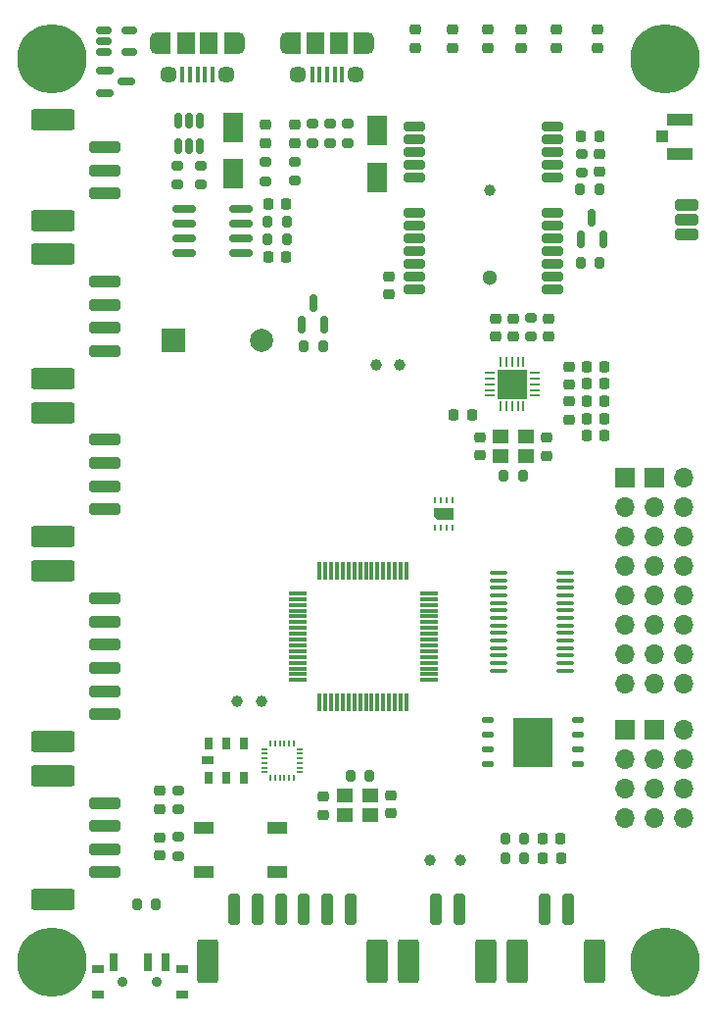
<source format=gbr>
%TF.GenerationSoftware,KiCad,Pcbnew,(6.0.0)*%
%TF.CreationDate,2022-03-02T14:27:29+07:00*%
%TF.ProjectId,FC-32,46432d33-322e-46b6-9963-61645f706362,rev?*%
%TF.SameCoordinates,Original*%
%TF.FileFunction,Soldermask,Top*%
%TF.FilePolarity,Negative*%
%FSLAX46Y46*%
G04 Gerber Fmt 4.6, Leading zero omitted, Abs format (unit mm)*
G04 Created by KiCad (PCBNEW (6.0.0)) date 2022-03-02 14:27:29*
%MOMM*%
%LPD*%
G01*
G04 APERTURE LIST*
G04 Aperture macros list*
%AMRoundRect*
0 Rectangle with rounded corners*
0 $1 Rounding radius*
0 $2 $3 $4 $5 $6 $7 $8 $9 X,Y pos of 4 corners*
0 Add a 4 corners polygon primitive as box body*
4,1,4,$2,$3,$4,$5,$6,$7,$8,$9,$2,$3,0*
0 Add four circle primitives for the rounded corners*
1,1,$1+$1,$2,$3*
1,1,$1+$1,$4,$5*
1,1,$1+$1,$6,$7*
1,1,$1+$1,$8,$9*
0 Add four rect primitives between the rounded corners*
20,1,$1+$1,$2,$3,$4,$5,0*
20,1,$1+$1,$4,$5,$6,$7,0*
20,1,$1+$1,$6,$7,$8,$9,0*
20,1,$1+$1,$8,$9,$2,$3,0*%
%AMFreePoly0*
4,1,6,0.500000,-0.850000,-0.500000,-0.850000,-0.500000,0.550000,-0.200000,0.850000,0.500000,0.850000,0.500000,-0.850000,0.500000,-0.850000,$1*%
G04 Aperture macros list end*
%ADD10R,2.000000X2.000000*%
%ADD11C,2.000000*%
%ADD12RoundRect,0.218750X-0.218750X-0.256250X0.218750X-0.256250X0.218750X0.256250X-0.218750X0.256250X0*%
%ADD13RoundRect,0.218750X-0.256250X0.218750X-0.256250X-0.218750X0.256250X-0.218750X0.256250X0.218750X0*%
%ADD14RoundRect,0.225000X0.250000X-0.225000X0.250000X0.225000X-0.250000X0.225000X-0.250000X-0.225000X0*%
%ADD15RoundRect,0.150000X0.150000X-0.512500X0.150000X0.512500X-0.150000X0.512500X-0.150000X-0.512500X0*%
%ADD16RoundRect,0.200000X0.275000X-0.200000X0.275000X0.200000X-0.275000X0.200000X-0.275000X-0.200000X0*%
%ADD17RoundRect,0.150000X-0.825000X-0.150000X0.825000X-0.150000X0.825000X0.150000X-0.825000X0.150000X0*%
%ADD18RoundRect,0.225000X0.225000X0.250000X-0.225000X0.250000X-0.225000X-0.250000X0.225000X-0.250000X0*%
%ADD19RoundRect,0.200000X-0.200000X-0.275000X0.200000X-0.275000X0.200000X0.275000X-0.200000X0.275000X0*%
%ADD20C,0.800000*%
%ADD21C,6.000000*%
%ADD22RoundRect,0.200000X0.200000X0.275000X-0.200000X0.275000X-0.200000X-0.275000X0.200000X-0.275000X0*%
%ADD23RoundRect,0.250000X-0.250000X-1.100000X0.250000X-1.100000X0.250000X1.100000X-0.250000X1.100000X0*%
%ADD24RoundRect,0.250000X-0.650000X-1.650000X0.650000X-1.650000X0.650000X1.650000X-0.650000X1.650000X0*%
%ADD25RoundRect,0.200000X-0.275000X0.200000X-0.275000X-0.200000X0.275000X-0.200000X0.275000X0.200000X0*%
%ADD26RoundRect,0.250000X0.750000X0.250000X-0.750000X0.250000X-0.750000X-0.250000X0.750000X-0.250000X0*%
%ADD27R,1.400000X1.200000*%
%ADD28RoundRect,0.225000X-0.250000X0.225000X-0.250000X-0.225000X0.250000X-0.225000X0.250000X0.225000X0*%
%ADD29RoundRect,0.150000X0.150000X-0.587500X0.150000X0.587500X-0.150000X0.587500X-0.150000X-0.587500X0*%
%ADD30RoundRect,0.250000X-1.100000X0.250000X-1.100000X-0.250000X1.100000X-0.250000X1.100000X0.250000X0*%
%ADD31RoundRect,0.250000X-1.650000X0.650000X-1.650000X-0.650000X1.650000X-0.650000X1.650000X0.650000X0*%
%ADD32R,1.700000X1.700000*%
%ADD33O,1.700000X1.700000*%
%ADD34RoundRect,0.150000X-0.512500X-0.150000X0.512500X-0.150000X0.512500X0.150000X-0.512500X0.150000X0*%
%ADD35RoundRect,0.066000X0.404000X0.154000X-0.404000X0.154000X-0.404000X-0.154000X0.404000X-0.154000X0*%
%ADD36R,3.400000X4.300000*%
%ADD37C,1.000000*%
%ADD38RoundRect,0.218750X0.256250X-0.218750X0.256250X0.218750X-0.256250X0.218750X-0.256250X-0.218750X0*%
%ADD39RoundRect,0.050000X-0.225000X-0.050000X0.225000X-0.050000X0.225000X0.050000X-0.225000X0.050000X0*%
%ADD40RoundRect,0.050000X0.050000X-0.225000X0.050000X0.225000X-0.050000X0.225000X-0.050000X-0.225000X0*%
%ADD41RoundRect,0.150000X-0.587500X-0.150000X0.587500X-0.150000X0.587500X0.150000X-0.587500X0.150000X0*%
%ADD42R,1.800000X2.500000*%
%ADD43RoundRect,0.062500X-0.350000X-0.062500X0.350000X-0.062500X0.350000X0.062500X-0.350000X0.062500X0*%
%ADD44RoundRect,0.062500X-0.062500X-0.350000X0.062500X-0.350000X0.062500X0.350000X-0.062500X0.350000X0*%
%ADD45R,2.500000X2.500000*%
%ADD46C,0.900000*%
%ADD47R,1.000000X0.800000*%
%ADD48R,0.700000X1.500000*%
%ADD49RoundRect,0.100000X0.637500X0.100000X-0.637500X0.100000X-0.637500X-0.100000X0.637500X-0.100000X0*%
%ADD50R,0.800000X1.000000*%
%ADD51RoundRect,0.075000X0.075000X-0.700000X0.075000X0.700000X-0.075000X0.700000X-0.075000X-0.700000X0*%
%ADD52RoundRect,0.075000X0.700000X-0.075000X0.700000X0.075000X-0.700000X0.075000X-0.700000X-0.075000X0*%
%ADD53RoundRect,0.200000X0.700000X0.200000X-0.700000X0.200000X-0.700000X-0.200000X0.700000X-0.200000X0*%
%ADD54R,1.700000X1.000000*%
%ADD55RoundRect,0.225000X-0.225000X-0.250000X0.225000X-0.250000X0.225000X0.250000X-0.225000X0.250000X0*%
%ADD56R,0.250000X0.550000*%
%ADD57FreePoly0,90.000000*%
%ADD58R,0.400000X1.350000*%
%ADD59O,1.200000X1.900000*%
%ADD60C,1.450000*%
%ADD61R,1.500000X1.900000*%
%ADD62R,1.200000X1.900000*%
%ADD63R,1.050000X1.000000*%
%ADD64R,2.200000X1.050000*%
%ADD65C,1.300000*%
G04 APERTURE END LIST*
D10*
%TO.C,BZ1*%
X143990000Y-82790000D03*
D11*
X151590000Y-82790000D03*
%TD*%
D12*
%TO.C,D2*%
X175937500Y-127500000D03*
X177512500Y-127500000D03*
%TD*%
D13*
%TO.C,D11*%
X168100000Y-56025000D03*
X168100000Y-57600000D03*
%TD*%
D14*
%TO.C,C29*%
X171900000Y-82475000D03*
X171900000Y-80925000D03*
%TD*%
D15*
%TO.C,U11*%
X144418000Y-66097000D03*
X145368000Y-66097000D03*
X146318000Y-66097000D03*
X146318000Y-63822000D03*
X145368000Y-63822000D03*
X144418000Y-63822000D03*
%TD*%
D16*
%TO.C,R29*%
X144400000Y-127350000D03*
X144400000Y-125700000D03*
%TD*%
D17*
%TO.C,U12*%
X144925000Y-71436500D03*
X144925000Y-72706500D03*
X144925000Y-73976500D03*
X144925000Y-75246500D03*
X149875000Y-75246500D03*
X149875000Y-73976500D03*
X149875000Y-72706500D03*
X149875000Y-71436500D03*
%TD*%
D14*
%TO.C,C11*%
X157000000Y-123775000D03*
X157000000Y-122225000D03*
%TD*%
D18*
%TO.C,C31*%
X169800000Y-89300000D03*
X168250000Y-89300000D03*
%TD*%
D19*
%TO.C,R27*%
X152163000Y-74103500D03*
X153813000Y-74103500D03*
%TD*%
D20*
%TO.C,H4*%
X131909010Y-134909010D03*
X135750000Y-136500000D03*
X135090990Y-138090990D03*
D21*
X133500000Y-136500000D03*
D20*
X131250000Y-136500000D03*
X135090990Y-134909010D03*
X133500000Y-134250000D03*
X131909010Y-138090990D03*
X133500000Y-138750000D03*
%TD*%
D22*
%TO.C,R19*%
X155290000Y-83370000D03*
X156940000Y-83370000D03*
%TD*%
D23*
%TO.C,J6*%
X166700000Y-131950000D03*
X168700000Y-131950000D03*
D24*
X164350000Y-136400000D03*
X171050000Y-136400000D03*
%TD*%
D25*
%TO.C,R13*%
X174900000Y-80875000D03*
X174900000Y-82525000D03*
%TD*%
%TO.C,R25*%
X154512000Y-67373500D03*
X154512000Y-69023500D03*
%TD*%
%TO.C,R20*%
X157560000Y-64134500D03*
X157560000Y-65784500D03*
%TD*%
D26*
%TO.C,I2C1*%
X188400000Y-73670000D03*
X188400000Y-72400000D03*
X188400000Y-71130000D03*
%TD*%
D22*
%TO.C,R4*%
X174325000Y-125800000D03*
X172675000Y-125800000D03*
%TD*%
D25*
%TO.C,R21*%
X159084000Y-64134500D03*
X159084000Y-65784500D03*
%TD*%
D27*
%TO.C,Y2*%
X172300000Y-92825000D03*
X174500000Y-92825000D03*
X174500000Y-91125000D03*
X172300000Y-91125000D03*
%TD*%
D19*
%TO.C,R28*%
X152163000Y-72579500D03*
X153813000Y-72579500D03*
%TD*%
D18*
%TO.C,C37*%
X181275000Y-86575000D03*
X179725000Y-86575000D03*
%TD*%
D28*
%TO.C,C34*%
X176300000Y-91225000D03*
X176300000Y-92775000D03*
%TD*%
D13*
%TO.C,D13*%
X177100000Y-56025000D03*
X177100000Y-57600000D03*
%TD*%
D29*
%TO.C,Q2*%
X155140000Y-81507500D03*
X157040000Y-81507500D03*
X156090000Y-79632500D03*
%TD*%
D30*
%TO.C,UART1*%
X138050000Y-122750000D03*
X138050000Y-124750000D03*
X138050000Y-126750000D03*
X138050000Y-128750000D03*
D31*
X133600000Y-120400000D03*
X133600000Y-131100000D03*
%TD*%
D32*
%TO.C,POW1*%
X185560000Y-94700000D03*
D33*
X188100000Y-94700000D03*
X185560000Y-97240000D03*
X188100000Y-97240000D03*
X185560000Y-99780000D03*
X188100000Y-99780000D03*
X185560000Y-102320000D03*
X188100000Y-102320000D03*
X185560000Y-104860000D03*
X188100000Y-104860000D03*
X185560000Y-107400000D03*
X188100000Y-107400000D03*
X185560000Y-109940000D03*
X188100000Y-109940000D03*
X185560000Y-112480000D03*
X188100000Y-112480000D03*
%TD*%
D16*
%TO.C,R10*%
X179300000Y-68350000D03*
X179300000Y-66700000D03*
%TD*%
D20*
%TO.C,H2*%
X188090990Y-56909010D03*
X184250000Y-58500000D03*
X188750000Y-58500000D03*
X184909010Y-60090990D03*
X188090990Y-60090990D03*
D21*
X186500000Y-58500000D03*
D20*
X186500000Y-60750000D03*
X184909010Y-56909010D03*
X186500000Y-56250000D03*
%TD*%
D34*
%TO.C,U14*%
X137962500Y-56050000D03*
X137962500Y-57000000D03*
X137962500Y-57950000D03*
X140237500Y-57950000D03*
X140237500Y-56050000D03*
%TD*%
D23*
%TO.C,J1*%
X176100000Y-131950000D03*
X178100000Y-131950000D03*
D24*
X173750000Y-136400000D03*
X180450000Y-136400000D03*
%TD*%
D35*
%TO.C,U9*%
X179020000Y-119405000D03*
X179020000Y-118135000D03*
X179020000Y-116865000D03*
X179020000Y-115595000D03*
X171230000Y-115595000D03*
X171230000Y-116865000D03*
X171230000Y-118135000D03*
X171230000Y-119405000D03*
D36*
X175125000Y-117500000D03*
%TD*%
D30*
%TO.C,SBUS1*%
X138050000Y-91400000D03*
X138050000Y-93400000D03*
X138050000Y-95400000D03*
X138050000Y-97400000D03*
D31*
X133600000Y-99750000D03*
X133600000Y-89050000D03*
%TD*%
D37*
%TO.C,TP2*%
X163532000Y-84900000D03*
%TD*%
D22*
%TO.C,R3*%
X160950000Y-120425000D03*
X159300000Y-120425000D03*
%TD*%
D19*
%TO.C,R11*%
X179200000Y-76100000D03*
X180850000Y-76100000D03*
%TD*%
D38*
%TO.C,D8*%
X151972000Y-65772500D03*
X151972000Y-64197500D03*
%TD*%
D25*
%TO.C,R22*%
X156036000Y-64134500D03*
X156036000Y-65784500D03*
%TD*%
D37*
%TO.C,TP3*%
X166200000Y-127700000D03*
%TD*%
D13*
%TO.C,D10*%
X171200000Y-56012500D03*
X171200000Y-57587500D03*
%TD*%
D39*
%TO.C,U5*%
X151900000Y-118100000D03*
X151900000Y-118500000D03*
X151900000Y-118900000D03*
X151900000Y-119300000D03*
X151900000Y-119700000D03*
X151900000Y-120100000D03*
D40*
X152400000Y-120600000D03*
X152800000Y-120600000D03*
X153200000Y-120600000D03*
X153600000Y-120600000D03*
X154000000Y-120600000D03*
X154400000Y-120600000D03*
D39*
X154900000Y-120100000D03*
X154900000Y-119700000D03*
X154900000Y-119300000D03*
X154900000Y-118900000D03*
X154900000Y-118500000D03*
X154900000Y-118100000D03*
D40*
X154400000Y-117600000D03*
X154000000Y-117600000D03*
X153600000Y-117600000D03*
X153200000Y-117600000D03*
X152800000Y-117600000D03*
X152400000Y-117600000D03*
%TD*%
D41*
%TO.C,Q3*%
X138062500Y-59550000D03*
X138062500Y-61450000D03*
X139937500Y-60500000D03*
%TD*%
D20*
%TO.C,H1*%
X188090990Y-138090990D03*
X188090990Y-134909010D03*
X188750000Y-136500000D03*
X186500000Y-134250000D03*
X186500000Y-138750000D03*
X184909010Y-138090990D03*
X184909010Y-134909010D03*
X184250000Y-136500000D03*
D21*
X186500000Y-136500000D03*
%TD*%
D19*
%TO.C,R2*%
X140875000Y-131500000D03*
X142525000Y-131500000D03*
%TD*%
D30*
%TO.C,ST-Link1*%
X138050000Y-77750000D03*
X138050000Y-79750000D03*
X138050000Y-81750000D03*
X138050000Y-83750000D03*
D31*
X133600000Y-75400000D03*
X133600000Y-86100000D03*
%TD*%
D30*
%TO.C,RCIN1*%
X138050000Y-105100000D03*
X138050000Y-107100000D03*
X138050000Y-109100000D03*
X138050000Y-111100000D03*
X138050000Y-113100000D03*
X138050000Y-115100000D03*
D31*
X133600000Y-117450000D03*
X133600000Y-102750000D03*
%TD*%
D14*
%TO.C,C32*%
X176400000Y-82475000D03*
X176400000Y-80925000D03*
%TD*%
D23*
%TO.C,ADC1*%
X149300000Y-131950000D03*
X151300000Y-131950000D03*
X153300000Y-131950000D03*
X155300000Y-131950000D03*
X157300000Y-131950000D03*
X159300000Y-131950000D03*
D24*
X146950000Y-136400000D03*
X161650000Y-136400000D03*
%TD*%
D32*
%TO.C,PWM_SIG1*%
X183035000Y-116435000D03*
D33*
X183035000Y-118975000D03*
X183035000Y-121515000D03*
X183035000Y-124055000D03*
%TD*%
D20*
%TO.C,H3*%
X135090990Y-60090990D03*
D21*
X133500000Y-58500000D03*
D20*
X131909010Y-60090990D03*
X131909010Y-56909010D03*
X133500000Y-56250000D03*
X133500000Y-60750000D03*
X135750000Y-58500000D03*
X131250000Y-58500000D03*
X135090990Y-56909010D03*
%TD*%
D42*
%TO.C,D7*%
X149178000Y-68451500D03*
X149178000Y-64451500D03*
%TD*%
D32*
%TO.C,SIG1*%
X183035000Y-94695000D03*
D33*
X183035000Y-97235000D03*
X183035000Y-99775000D03*
X183035000Y-102315000D03*
X183035000Y-104855000D03*
X183035000Y-107395000D03*
X183035000Y-109935000D03*
X183035000Y-112475000D03*
%TD*%
D22*
%TO.C,R9*%
X180800000Y-69800000D03*
X179150000Y-69800000D03*
%TD*%
D37*
%TO.C,TP4*%
X151600000Y-114000000D03*
%TD*%
D43*
%TO.C,U8*%
X171337500Y-85600000D03*
X171337500Y-86100000D03*
X171337500Y-86600000D03*
X171337500Y-87100000D03*
X171337500Y-87600000D03*
D44*
X172275000Y-88537500D03*
X172775000Y-88537500D03*
X173275000Y-88537500D03*
X173775000Y-88537500D03*
X174275000Y-88537500D03*
D43*
X175212500Y-87600000D03*
X175212500Y-87100000D03*
X175212500Y-86600000D03*
X175212500Y-86100000D03*
X175212500Y-85600000D03*
D44*
X174275000Y-84662500D03*
X173775000Y-84662500D03*
X173275000Y-84662500D03*
X172775000Y-84662500D03*
X172275000Y-84662500D03*
D45*
X173275000Y-86600000D03*
%TD*%
D16*
%TO.C,R1*%
X144400000Y-123325000D03*
X144400000Y-121675000D03*
%TD*%
D25*
%TO.C,R23*%
X144352000Y-67753500D03*
X144352000Y-69403500D03*
%TD*%
D42*
%TO.C,D5*%
X161624000Y-68737500D03*
X161624000Y-64737500D03*
%TD*%
D32*
%TO.C,PWM_POW1*%
X185570000Y-116445000D03*
D33*
X188110000Y-116445000D03*
X185570000Y-118985000D03*
X188110000Y-118985000D03*
X185570000Y-121525000D03*
X188110000Y-121525000D03*
X185570000Y-124065000D03*
X188110000Y-124065000D03*
%TD*%
D38*
%TO.C,D6*%
X154512000Y-65772500D03*
X154512000Y-64197500D03*
%TD*%
D13*
%TO.C,L5*%
X178200000Y-88075000D03*
X178200000Y-89650000D03*
%TD*%
D46*
%TO.C,BOOT1*%
X139600000Y-138230000D03*
D47*
X137450000Y-139330000D03*
X144750000Y-137120000D03*
D46*
X142600000Y-138230000D03*
D47*
X137450000Y-137120000D03*
X144750000Y-139330000D03*
D48*
X138850000Y-136470000D03*
X141850000Y-136470000D03*
X143350000Y-136470000D03*
%TD*%
D13*
%TO.C,D14*%
X174100000Y-56025000D03*
X174100000Y-57600000D03*
%TD*%
%TO.C,L3*%
X178200000Y-85075000D03*
X178200000Y-86650000D03*
%TD*%
D12*
%TO.C,D1*%
X175900000Y-125800000D03*
X177475000Y-125800000D03*
%TD*%
%TO.C,L2*%
X179260000Y-65250000D03*
X180835000Y-65250000D03*
%TD*%
D14*
%TO.C,C28*%
X180800000Y-68300000D03*
X180800000Y-66750000D03*
%TD*%
D18*
%TO.C,C42*%
X153776000Y-71055500D03*
X152226000Y-71055500D03*
%TD*%
D22*
%TO.C,R14*%
X174225000Y-94475000D03*
X172575000Y-94475000D03*
%TD*%
D49*
%TO.C,U10*%
X177862500Y-111325000D03*
X177862500Y-110675000D03*
X177862500Y-110025000D03*
X177862500Y-109375000D03*
X177862500Y-108725000D03*
X177862500Y-108075000D03*
X177862500Y-107425000D03*
X177862500Y-106775000D03*
X177862500Y-106125000D03*
X177862500Y-105475000D03*
X177862500Y-104825000D03*
X177862500Y-104175000D03*
X177862500Y-103525000D03*
X177862500Y-102875000D03*
X172137500Y-102875000D03*
X172137500Y-103525000D03*
X172137500Y-104175000D03*
X172137500Y-104825000D03*
X172137500Y-105475000D03*
X172137500Y-106125000D03*
X172137500Y-106775000D03*
X172137500Y-107425000D03*
X172137500Y-108075000D03*
X172137500Y-108725000D03*
X172137500Y-109375000D03*
X172137500Y-110025000D03*
X172137500Y-110675000D03*
X172137500Y-111325000D03*
%TD*%
D50*
%TO.C,U6*%
X147075000Y-120600000D03*
X148575000Y-120600000D03*
X150075000Y-120600000D03*
X150075000Y-117600000D03*
X148575000Y-117600000D03*
X147075000Y-117600000D03*
D47*
X146975000Y-119100000D03*
%TD*%
D25*
%TO.C,R24*%
X146384000Y-67753500D03*
X146384000Y-69403500D03*
%TD*%
D22*
%TO.C,R5*%
X174325000Y-127500000D03*
X172675000Y-127500000D03*
%TD*%
D30*
%TO.C,LED1*%
X138050000Y-66150000D03*
X138050000Y-68150000D03*
X138050000Y-70150000D03*
D31*
X133600000Y-72500000D03*
X133600000Y-63800000D03*
%TD*%
D37*
%TO.C,TP5*%
X168800000Y-127700000D03*
%TD*%
D12*
%TO.C,L4*%
X179700000Y-85075000D03*
X181275000Y-85075000D03*
%TD*%
D38*
%TO.C,D9*%
X142800000Y-127300000D03*
X142800000Y-125725000D03*
%TD*%
D51*
%TO.C,U1*%
X156650000Y-114075000D03*
X157150000Y-114075000D03*
X157650000Y-114075000D03*
X158150000Y-114075000D03*
X158650000Y-114075000D03*
X159150000Y-114075000D03*
X159650000Y-114075000D03*
X160150000Y-114075000D03*
X160650000Y-114075000D03*
X161150000Y-114075000D03*
X161650000Y-114075000D03*
X162150000Y-114075000D03*
X162650000Y-114075000D03*
X163150000Y-114075000D03*
X163650000Y-114075000D03*
X164150000Y-114075000D03*
D52*
X166075000Y-112150000D03*
X166075000Y-111650000D03*
X166075000Y-111150000D03*
X166075000Y-110650000D03*
X166075000Y-110150000D03*
X166075000Y-109650000D03*
X166075000Y-109150000D03*
X166075000Y-108650000D03*
X166075000Y-108150000D03*
X166075000Y-107650000D03*
X166075000Y-107150000D03*
X166075000Y-106650000D03*
X166075000Y-106150000D03*
X166075000Y-105650000D03*
X166075000Y-105150000D03*
X166075000Y-104650000D03*
D51*
X164150000Y-102725000D03*
X163650000Y-102725000D03*
X163150000Y-102725000D03*
X162650000Y-102725000D03*
X162150000Y-102725000D03*
X161650000Y-102725000D03*
X161150000Y-102725000D03*
X160650000Y-102725000D03*
X160150000Y-102725000D03*
X159650000Y-102725000D03*
X159150000Y-102725000D03*
X158650000Y-102725000D03*
X158150000Y-102725000D03*
X157650000Y-102725000D03*
X157150000Y-102725000D03*
X156650000Y-102725000D03*
D52*
X154725000Y-104650000D03*
X154725000Y-105150000D03*
X154725000Y-105650000D03*
X154725000Y-106150000D03*
X154725000Y-106650000D03*
X154725000Y-107150000D03*
X154725000Y-107650000D03*
X154725000Y-108150000D03*
X154725000Y-108650000D03*
X154725000Y-109150000D03*
X154725000Y-109650000D03*
X154725000Y-110150000D03*
X154725000Y-110650000D03*
X154725000Y-111150000D03*
X154725000Y-111650000D03*
X154725000Y-112150000D03*
%TD*%
D14*
%TO.C,C27*%
X162600000Y-78850000D03*
X162600000Y-77300000D03*
%TD*%
D53*
%TO.C,U7*%
X176800000Y-78400000D03*
X176800000Y-77300000D03*
X176800000Y-76200000D03*
X176800000Y-75100000D03*
X176800000Y-74000000D03*
X176800000Y-72900000D03*
X176800000Y-71800000D03*
X176800000Y-68800000D03*
X176800000Y-67700000D03*
X176800000Y-66600000D03*
X176800000Y-65500000D03*
X176800000Y-64400000D03*
X164800000Y-64400000D03*
X164800000Y-65500000D03*
X164800000Y-66600000D03*
X164800000Y-67700000D03*
X164800000Y-68800000D03*
X164800000Y-71800000D03*
X164800000Y-72900000D03*
X164800000Y-74000000D03*
X164800000Y-75100000D03*
X164800000Y-76200000D03*
X164800000Y-77300000D03*
X164800000Y-78400000D03*
%TD*%
D29*
%TO.C,Q1*%
X179250000Y-74137500D03*
X181150000Y-74137500D03*
X180200000Y-72262500D03*
%TD*%
D54*
%TO.C,Reset1*%
X146650000Y-128700000D03*
X152950000Y-128700000D03*
X146650000Y-124900000D03*
X152950000Y-124900000D03*
%TD*%
D55*
%TO.C,C35*%
X179750000Y-91075000D03*
X181300000Y-91075000D03*
%TD*%
D56*
%TO.C,U13*%
X166650000Y-98975000D03*
X167150000Y-98975000D03*
X167650000Y-98975000D03*
X168150000Y-98975000D03*
X168150000Y-96625000D03*
X167650000Y-96625000D03*
X167150000Y-96625000D03*
X166650000Y-96625000D03*
D57*
X167400000Y-97800000D03*
%TD*%
D55*
%TO.C,C36*%
X179750000Y-89575000D03*
X181300000Y-89575000D03*
%TD*%
D58*
%TO.C,J4*%
X158600000Y-59904000D03*
X157950000Y-59904000D03*
X157300000Y-59904000D03*
X156650000Y-59904000D03*
X156000000Y-59904000D03*
D59*
X153800000Y-57204000D03*
D60*
X159800000Y-59904000D03*
D59*
X160800000Y-57204000D03*
D60*
X154800000Y-59904000D03*
D61*
X158300000Y-57204000D03*
D62*
X154400000Y-57204000D03*
D61*
X156300000Y-57204000D03*
D62*
X160200000Y-57204000D03*
%TD*%
D63*
%TO.C,J2*%
X186275000Y-65250000D03*
D64*
X187800000Y-63775000D03*
X187800000Y-66725000D03*
%TD*%
D38*
%TO.C,D4*%
X180700000Y-57575000D03*
X180700000Y-56000000D03*
%TD*%
D37*
%TO.C,TP6*%
X149500000Y-114000000D03*
%TD*%
D18*
%TO.C,C41*%
X153775000Y-75600000D03*
X152225000Y-75600000D03*
%TD*%
D28*
%TO.C,C12*%
X162800000Y-122075000D03*
X162800000Y-123625000D03*
%TD*%
D13*
%TO.C,D12*%
X164900000Y-56012500D03*
X164900000Y-57587500D03*
%TD*%
D27*
%TO.C,Y1*%
X158800000Y-123825000D03*
X161000000Y-123825000D03*
X161000000Y-122125000D03*
X158800000Y-122125000D03*
%TD*%
D37*
%TO.C,TP1*%
X161500000Y-84900000D03*
%TD*%
D25*
%TO.C,R26*%
X151972000Y-67436500D03*
X151972000Y-69086500D03*
%TD*%
D18*
%TO.C,C38*%
X181275000Y-88075000D03*
X179725000Y-88075000D03*
%TD*%
D58*
%TO.C,J5*%
X147400000Y-59900000D03*
X146750000Y-59900000D03*
X146100000Y-59900000D03*
X145450000Y-59900000D03*
X144800000Y-59900000D03*
D60*
X143600000Y-59900000D03*
D62*
X143200000Y-57200000D03*
X149000000Y-57200000D03*
D61*
X147100000Y-57200000D03*
X145100000Y-57200000D03*
D59*
X149600000Y-57200000D03*
D60*
X148600000Y-59900000D03*
D59*
X142600000Y-57200000D03*
%TD*%
D28*
%TO.C,C10*%
X142800000Y-121725000D03*
X142800000Y-123275000D03*
%TD*%
D14*
%TO.C,C30*%
X173400000Y-82475000D03*
X173400000Y-80925000D03*
%TD*%
%TO.C,C33*%
X170500000Y-92750000D03*
X170500000Y-91200000D03*
%TD*%
D37*
%TO.C,BT1*%
X171400000Y-69900000D03*
D65*
X171400000Y-77400000D03*
%TD*%
M02*

</source>
